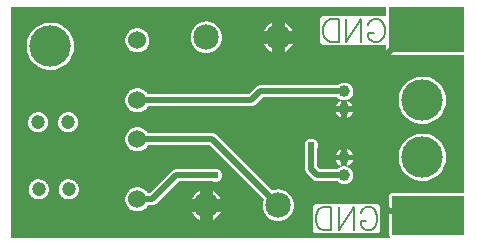
<source format=gbl>
G04 ---------------------------- Layer name :BOTTOM LAYER*
G04 EasyEDA v5.8.22, Sun, 02 Dec 2018 06:11:37 GMT*
G04 d5963adffaad412e904dfcf3e3a13330*
G04 Gerber Generator version 0.2*
G04 Scale: 100 percent, Rotated: No, Reflected: No *
G04 Dimensions in inches *
G04 leading zeros omitted , absolute positions ,2 integer and 4 decimal *
%FSLAX24Y24*%
%MOIN*%
G90*
G70D02*

%ADD11C,0.020000*%
%ADD12C,0.008000*%
%ADD13C,0.024400*%
%ADD14C,0.047000*%
%ADD15C,0.039370*%
%ADD16C,0.060000*%
%ADD17C,0.085000*%
%ADD18C,0.137790*%

%LPD*%
G36*
G01X12700Y0D02*
G01X0Y0D01*
G01X0Y7700D01*
G01X12500Y7700D01*
G01X12500Y7382D01*
G01X12498Y7383D01*
G01X12494Y7385D01*
G01X12491Y7387D01*
G01X12487Y7389D01*
G01X12483Y7391D01*
G01X12480Y7393D01*
G01X12476Y7394D01*
G01X12472Y7395D01*
G01X12468Y7396D01*
G01X12464Y7397D01*
G01X12460Y7398D01*
G01X12456Y7399D01*
G01X12451Y7399D01*
G01X12447Y7399D01*
G01X12443Y7400D01*
G01X10400Y7400D01*
G01X10395Y7399D01*
G01X10391Y7399D01*
G01X10387Y7399D01*
G01X10383Y7398D01*
G01X10379Y7397D01*
G01X10375Y7396D01*
G01X10371Y7395D01*
G01X10367Y7394D01*
G01X10363Y7393D01*
G01X10359Y7391D01*
G01X10356Y7389D01*
G01X10352Y7387D01*
G01X10348Y7385D01*
G01X10345Y7383D01*
G01X10341Y7381D01*
G01X10338Y7378D01*
G01X10335Y7376D01*
G01X10332Y7373D01*
G01X10329Y7370D01*
G01X10326Y7367D01*
G01X10323Y7364D01*
G01X10321Y7361D01*
G01X10318Y7358D01*
G01X10316Y7354D01*
G01X10314Y7351D01*
G01X10312Y7347D01*
G01X10310Y7343D01*
G01X10308Y7340D01*
G01X10306Y7336D01*
G01X10305Y7332D01*
G01X10304Y7328D01*
G01X10303Y7324D01*
G01X10302Y7320D01*
G01X10301Y7316D01*
G01X10300Y7312D01*
G01X10300Y7308D01*
G01X10300Y7304D01*
G01X10300Y7300D01*
G01X10300Y6536D01*
G01X10300Y6532D01*
G01X10300Y6528D01*
G01X10300Y6524D01*
G01X10301Y6519D01*
G01X10302Y6515D01*
G01X10303Y6511D01*
G01X10304Y6507D01*
G01X10305Y6503D01*
G01X10306Y6500D01*
G01X10308Y6496D01*
G01X10310Y6492D01*
G01X10312Y6488D01*
G01X10314Y6485D01*
G01X10316Y6481D01*
G01X10318Y6478D01*
G01X10321Y6474D01*
G01X10323Y6471D01*
G01X10326Y6468D01*
G01X10329Y6465D01*
G01X10332Y6462D01*
G01X10335Y6460D01*
G01X10338Y6457D01*
G01X10341Y6455D01*
G01X10345Y6452D01*
G01X10348Y6450D01*
G01X10352Y6448D01*
G01X10356Y6446D01*
G01X10359Y6444D01*
G01X10363Y6443D01*
G01X10367Y6441D01*
G01X10371Y6440D01*
G01X10375Y6439D01*
G01X10379Y6438D01*
G01X10383Y6437D01*
G01X10387Y6437D01*
G01X10391Y6436D01*
G01X10395Y6436D01*
G01X10400Y6436D01*
G01X12443Y6436D01*
G01X12447Y6436D01*
G01X12451Y6436D01*
G01X12456Y6437D01*
G01X12460Y6437D01*
G01X12464Y6438D01*
G01X12468Y6439D01*
G01X12472Y6440D01*
G01X12476Y6441D01*
G01X12480Y6443D01*
G01X12483Y6444D01*
G01X12487Y6446D01*
G01X12491Y6448D01*
G01X12494Y6450D01*
G01X12498Y6452D01*
G01X12500Y6453D01*
G01X12500Y6200D01*
G01X12500Y6195D01*
G01X12500Y6191D01*
G01X12500Y6187D01*
G01X12501Y6183D01*
G01X12502Y6179D01*
G01X12503Y6175D01*
G01X12504Y6171D01*
G01X12505Y6167D01*
G01X12506Y6163D01*
G01X12508Y6159D01*
G01X12510Y6156D01*
G01X12512Y6152D01*
G01X12514Y6148D01*
G01X12516Y6145D01*
G01X12518Y6141D01*
G01X12521Y6138D01*
G01X12523Y6135D01*
G01X12526Y6132D01*
G01X12529Y6129D01*
G01X12532Y6126D01*
G01X12535Y6123D01*
G01X12538Y6121D01*
G01X12541Y6118D01*
G01X12545Y6116D01*
G01X12548Y6114D01*
G01X12552Y6112D01*
G01X12556Y6110D01*
G01X12559Y6108D01*
G01X12563Y6106D01*
G01X12567Y6105D01*
G01X12571Y6104D01*
G01X12575Y6103D01*
G01X12579Y6102D01*
G01X12583Y6101D01*
G01X12587Y6100D01*
G01X12591Y6100D01*
G01X12595Y6100D01*
G01X12600Y6100D01*
G01X15100Y6100D01*
G01X15100Y1500D01*
G01X12700Y1500D01*
G01X12695Y1499D01*
G01X12691Y1499D01*
G01X12687Y1499D01*
G01X12683Y1498D01*
G01X12679Y1497D01*
G01X12675Y1496D01*
G01X12671Y1495D01*
G01X12667Y1494D01*
G01X12663Y1493D01*
G01X12659Y1491D01*
G01X12656Y1489D01*
G01X12652Y1487D01*
G01X12648Y1485D01*
G01X12645Y1483D01*
G01X12641Y1481D01*
G01X12638Y1478D01*
G01X12635Y1476D01*
G01X12632Y1473D01*
G01X12629Y1470D01*
G01X12626Y1467D01*
G01X12623Y1464D01*
G01X12621Y1461D01*
G01X12618Y1458D01*
G01X12616Y1454D01*
G01X12614Y1451D01*
G01X12612Y1447D01*
G01X12610Y1443D01*
G01X12608Y1440D01*
G01X12606Y1436D01*
G01X12605Y1432D01*
G01X12604Y1428D01*
G01X12603Y1424D01*
G01X12602Y1420D01*
G01X12601Y1416D01*
G01X12600Y1412D01*
G01X12600Y1408D01*
G01X12600Y1404D01*
G01X12600Y1400D01*
G01X12600Y100D01*
G01X12600Y95D01*
G01X12600Y91D01*
G01X12600Y87D01*
G01X12601Y83D01*
G01X12602Y79D01*
G01X12603Y75D01*
G01X12604Y71D01*
G01X12605Y67D01*
G01X12606Y63D01*
G01X12608Y59D01*
G01X12610Y56D01*
G01X12612Y52D01*
G01X12614Y48D01*
G01X12616Y45D01*
G01X12618Y41D01*
G01X12621Y38D01*
G01X12623Y35D01*
G01X12626Y32D01*
G01X12629Y29D01*
G01X12632Y26D01*
G01X12635Y23D01*
G01X12638Y21D01*
G01X12641Y18D01*
G01X12645Y16D01*
G01X12648Y14D01*
G01X12652Y12D01*
G01X12656Y10D01*
G01X12659Y8D01*
G01X12663Y6D01*
G01X12667Y5D01*
G01X12671Y4D01*
G01X12675Y3D01*
G01X12679Y2D01*
G01X12683Y1D01*
G01X12687Y0D01*
G01X12691Y0D01*
G01X12695Y0D01*
G01X12700Y0D01*
G37*

%LPC*%
G36*
G01X8426Y6928D02*
G01X8419Y6912D01*
G01X8687Y6912D01*
G01X8687Y7180D01*
G01X8683Y7179D01*
G01X8636Y7155D01*
G01X8592Y7127D01*
G01X8551Y7094D01*
G01X8514Y7057D01*
G01X8480Y7017D01*
G01X8451Y6974D01*
G01X8426Y6928D01*
G37*
G36*
G01X8834Y578D02*
G01X8886Y574D01*
G01X8939Y575D01*
G01X8991Y581D01*
G01X9042Y593D01*
G01X9092Y610D01*
G01X9139Y631D01*
G01X9185Y658D01*
G01X9227Y688D01*
G01X9267Y723D01*
G01X9302Y761D01*
G01X9334Y803D01*
G01X9361Y848D01*
G01X9384Y895D01*
G01X9402Y944D01*
G01X9415Y995D01*
G01X9423Y1047D01*
G01X9426Y1100D01*
G01X9423Y1152D01*
G01X9415Y1204D01*
G01X9402Y1255D01*
G01X9384Y1304D01*
G01X9361Y1351D01*
G01X9334Y1396D01*
G01X9302Y1438D01*
G01X9267Y1476D01*
G01X9227Y1511D01*
G01X9185Y1541D01*
G01X9139Y1568D01*
G01X9092Y1589D01*
G01X9042Y1606D01*
G01X8991Y1618D01*
G01X8939Y1624D01*
G01X8886Y1625D01*
G01X8834Y1621D01*
G01X8782Y1612D01*
G01X8732Y1598D01*
G01X8697Y1585D01*
G01X6841Y3441D01*
G01X6837Y3445D01*
G01X6832Y3449D01*
G01X6828Y3453D01*
G01X6823Y3457D01*
G01X6818Y3461D01*
G01X6813Y3464D01*
G01X6808Y3467D01*
G01X6803Y3471D01*
G01X6798Y3474D01*
G01X6792Y3477D01*
G01X6787Y3479D01*
G01X6782Y3482D01*
G01X6776Y3484D01*
G01X6770Y3486D01*
G01X6765Y3489D01*
G01X6759Y3490D01*
G01X6753Y3492D01*
G01X6747Y3494D01*
G01X6741Y3495D01*
G01X6736Y3496D01*
G01X6730Y3497D01*
G01X6724Y3498D01*
G01X6718Y3499D01*
G01X6712Y3499D01*
G01X6706Y3499D01*
G01X6700Y3500D01*
G01X4547Y3500D01*
G01X4531Y3525D01*
G01X4507Y3557D01*
G01X4479Y3587D01*
G01X4450Y3613D01*
G01X4417Y3636D01*
G01X4382Y3656D01*
G01X4346Y3673D01*
G01X4308Y3686D01*
G01X4269Y3694D01*
G01X4229Y3699D01*
G01X4190Y3700D01*
G01X4150Y3697D01*
G01X4110Y3690D01*
G01X4072Y3680D01*
G01X4035Y3665D01*
G01X3999Y3647D01*
G01X3965Y3625D01*
G01X3934Y3600D01*
G01X3906Y3572D01*
G01X3880Y3542D01*
G01X3857Y3509D01*
G01X3838Y3473D01*
G01X3823Y3437D01*
G01X3811Y3398D01*
G01X3803Y3359D01*
G01X3799Y3319D01*
G01X3799Y3280D01*
G01X3803Y3240D01*
G01X3811Y3201D01*
G01X3823Y3162D01*
G01X3838Y3126D01*
G01X3857Y3090D01*
G01X3880Y3057D01*
G01X3906Y3027D01*
G01X3934Y2999D01*
G01X3965Y2974D01*
G01X3999Y2952D01*
G01X4035Y2934D01*
G01X4072Y2919D01*
G01X4110Y2909D01*
G01X4150Y2902D01*
G01X4190Y2899D01*
G01X4229Y2900D01*
G01X4269Y2905D01*
G01X4308Y2913D01*
G01X4346Y2926D01*
G01X4382Y2943D01*
G01X4417Y2963D01*
G01X4450Y2986D01*
G01X4479Y3012D01*
G01X4507Y3042D01*
G01X4531Y3074D01*
G01X4547Y3100D01*
G01X6617Y3100D01*
G01X8415Y1302D01*
G01X8405Y1279D01*
G01X8390Y1229D01*
G01X8379Y1178D01*
G01X8374Y1126D01*
G01X8374Y1073D01*
G01X8379Y1021D01*
G01X8390Y970D01*
G01X8405Y920D01*
G01X8426Y871D01*
G01X8451Y825D01*
G01X8480Y782D01*
G01X8514Y742D01*
G01X8551Y705D01*
G01X8592Y672D01*
G01X8636Y644D01*
G01X8683Y620D01*
G01X8732Y601D01*
G01X8782Y587D01*
G01X8834Y578D01*
G37*
G36*
G01X6283Y620D02*
G01X6287Y619D01*
G01X6287Y887D01*
G01X6019Y887D01*
G01X6026Y871D01*
G01X6051Y825D01*
G01X6080Y782D01*
G01X6114Y742D01*
G01X6151Y705D01*
G01X6192Y672D01*
G01X6236Y644D01*
G01X6283Y620D01*
G37*
G36*
G01X6712Y887D02*
G01X6712Y619D01*
G01X6739Y631D01*
G01X6785Y658D01*
G01X6827Y688D01*
G01X6867Y723D01*
G01X6902Y761D01*
G01X6934Y803D01*
G01X6961Y848D01*
G01X6980Y887D01*
G01X6712Y887D01*
G37*
G36*
G01X4150Y902D02*
G01X4190Y899D01*
G01X4229Y900D01*
G01X4269Y905D01*
G01X4308Y913D01*
G01X4346Y926D01*
G01X4382Y943D01*
G01X4417Y963D01*
G01X4450Y986D01*
G01X4479Y1012D01*
G01X4507Y1042D01*
G01X4531Y1074D01*
G01X4547Y1100D01*
G01X4700Y1100D01*
G01X4706Y1100D01*
G01X4712Y1100D01*
G01X4718Y1100D01*
G01X4724Y1101D01*
G01X4730Y1102D01*
G01X4736Y1103D01*
G01X4741Y1104D01*
G01X4747Y1105D01*
G01X4753Y1107D01*
G01X4759Y1109D01*
G01X4765Y1110D01*
G01X4770Y1113D01*
G01X4776Y1115D01*
G01X4782Y1117D01*
G01X4787Y1120D01*
G01X4792Y1122D01*
G01X4798Y1125D01*
G01X4803Y1128D01*
G01X4808Y1132D01*
G01X4813Y1135D01*
G01X4818Y1138D01*
G01X4823Y1142D01*
G01X4828Y1146D01*
G01X4832Y1150D01*
G01X4837Y1154D01*
G01X4841Y1158D01*
G01X5582Y1900D01*
G01X6701Y1900D01*
G01X6708Y1896D01*
G01X6728Y1888D01*
G01X6750Y1882D01*
G01X6772Y1878D01*
G01X6794Y1877D01*
G01X6816Y1877D01*
G01X6838Y1880D01*
G01X6860Y1885D01*
G01X6881Y1892D01*
G01X6901Y1901D01*
G01X6920Y1912D01*
G01X6939Y1925D01*
G01X6955Y1940D01*
G01X6970Y1956D01*
G01X6984Y1974D01*
G01X6995Y1993D01*
G01X7005Y2013D01*
G01X7013Y2034D01*
G01X7018Y2055D01*
G01X7021Y2077D01*
G01X7022Y2100D01*
G01X7021Y2122D01*
G01X7018Y2144D01*
G01X7013Y2165D01*
G01X7005Y2186D01*
G01X6995Y2206D01*
G01X6984Y2225D01*
G01X6970Y2243D01*
G01X6955Y2259D01*
G01X6939Y2274D01*
G01X6920Y2287D01*
G01X6901Y2298D01*
G01X6881Y2307D01*
G01X6860Y2314D01*
G01X6838Y2319D01*
G01X6816Y2322D01*
G01X6794Y2322D01*
G01X6772Y2321D01*
G01X6750Y2317D01*
G01X6728Y2311D01*
G01X6708Y2303D01*
G01X6701Y2300D01*
G01X5500Y2300D01*
G01X5493Y2299D01*
G01X5487Y2299D01*
G01X5481Y2299D01*
G01X5475Y2298D01*
G01X5469Y2297D01*
G01X5463Y2296D01*
G01X5458Y2295D01*
G01X5452Y2294D01*
G01X5446Y2292D01*
G01X5440Y2290D01*
G01X5434Y2289D01*
G01X5429Y2286D01*
G01X5423Y2284D01*
G01X5417Y2282D01*
G01X5412Y2279D01*
G01X5407Y2277D01*
G01X5401Y2274D01*
G01X5396Y2271D01*
G01X5391Y2267D01*
G01X5386Y2264D01*
G01X5381Y2261D01*
G01X5376Y2257D01*
G01X5371Y2253D01*
G01X5367Y2249D01*
G01X5362Y2245D01*
G01X5358Y2241D01*
G01X4617Y1500D01*
G01X4547Y1500D01*
G01X4531Y1525D01*
G01X4507Y1557D01*
G01X4479Y1587D01*
G01X4450Y1613D01*
G01X4417Y1636D01*
G01X4382Y1656D01*
G01X4346Y1673D01*
G01X4308Y1686D01*
G01X4269Y1694D01*
G01X4229Y1699D01*
G01X4190Y1700D01*
G01X4150Y1697D01*
G01X4110Y1690D01*
G01X4072Y1680D01*
G01X4035Y1665D01*
G01X3999Y1647D01*
G01X3965Y1625D01*
G01X3934Y1600D01*
G01X3906Y1572D01*
G01X3880Y1542D01*
G01X3857Y1509D01*
G01X3838Y1473D01*
G01X3823Y1437D01*
G01X3811Y1398D01*
G01X3803Y1359D01*
G01X3799Y1319D01*
G01X3799Y1280D01*
G01X3803Y1240D01*
G01X3811Y1201D01*
G01X3823Y1162D01*
G01X3838Y1126D01*
G01X3857Y1090D01*
G01X3880Y1057D01*
G01X3906Y1027D01*
G01X3934Y999D01*
G01X3965Y974D01*
G01X3999Y952D01*
G01X4035Y934D01*
G01X4072Y919D01*
G01X4110Y909D01*
G01X4150Y902D01*
G37*
G36*
G01X868Y1296D02*
G01X901Y1294D01*
G01X935Y1294D01*
G01X968Y1299D01*
G01X1001Y1306D01*
G01X1032Y1317D01*
G01X1063Y1330D01*
G01X1092Y1347D01*
G01X1119Y1367D01*
G01X1144Y1389D01*
G01X1167Y1414D01*
G01X1187Y1440D01*
G01X1205Y1469D01*
G01X1219Y1499D01*
G01X1231Y1530D01*
G01X1239Y1563D01*
G01X1244Y1596D01*
G01X1246Y1630D01*
G01X1244Y1663D01*
G01X1239Y1696D01*
G01X1231Y1729D01*
G01X1219Y1760D01*
G01X1205Y1790D01*
G01X1187Y1819D01*
G01X1167Y1845D01*
G01X1144Y1870D01*
G01X1119Y1892D01*
G01X1092Y1912D01*
G01X1063Y1928D01*
G01X1032Y1942D01*
G01X1001Y1953D01*
G01X968Y1960D01*
G01X935Y1965D01*
G01X901Y1965D01*
G01X868Y1963D01*
G01X835Y1957D01*
G01X802Y1948D01*
G01X771Y1936D01*
G01X742Y1920D01*
G01X713Y1902D01*
G01X687Y1881D01*
G01X663Y1858D01*
G01X642Y1832D01*
G01X623Y1805D01*
G01X607Y1775D01*
G01X594Y1744D01*
G01X584Y1712D01*
G01X577Y1680D01*
G01X574Y1646D01*
G01X574Y1613D01*
G01X577Y1579D01*
G01X584Y1547D01*
G01X594Y1515D01*
G01X607Y1484D01*
G01X623Y1454D01*
G01X642Y1427D01*
G01X663Y1401D01*
G01X687Y1378D01*
G01X713Y1357D01*
G01X742Y1339D01*
G01X771Y1323D01*
G01X802Y1311D01*
G01X835Y1302D01*
G01X868Y1296D01*
G37*
G36*
G01X1868Y1296D02*
G01X1901Y1294D01*
G01X1935Y1294D01*
G01X1968Y1299D01*
G01X2001Y1306D01*
G01X2032Y1317D01*
G01X2063Y1330D01*
G01X2092Y1347D01*
G01X2119Y1367D01*
G01X2144Y1389D01*
G01X2167Y1414D01*
G01X2187Y1440D01*
G01X2205Y1469D01*
G01X2219Y1499D01*
G01X2231Y1530D01*
G01X2239Y1563D01*
G01X2244Y1596D01*
G01X2246Y1630D01*
G01X2244Y1663D01*
G01X2239Y1696D01*
G01X2231Y1729D01*
G01X2219Y1760D01*
G01X2205Y1790D01*
G01X2187Y1819D01*
G01X2167Y1845D01*
G01X2144Y1870D01*
G01X2119Y1892D01*
G01X2092Y1912D01*
G01X2063Y1928D01*
G01X2032Y1942D01*
G01X2001Y1953D01*
G01X1968Y1960D01*
G01X1935Y1965D01*
G01X1901Y1965D01*
G01X1868Y1963D01*
G01X1835Y1957D01*
G01X1802Y1948D01*
G01X1771Y1936D01*
G01X1742Y1920D01*
G01X1713Y1902D01*
G01X1687Y1881D01*
G01X1663Y1858D01*
G01X1642Y1832D01*
G01X1623Y1805D01*
G01X1607Y1775D01*
G01X1594Y1744D01*
G01X1584Y1712D01*
G01X1577Y1680D01*
G01X1574Y1646D01*
G01X1574Y1613D01*
G01X1577Y1579D01*
G01X1584Y1547D01*
G01X1594Y1515D01*
G01X1607Y1484D01*
G01X1623Y1454D01*
G01X1642Y1427D01*
G01X1663Y1401D01*
G01X1687Y1378D01*
G01X1713Y1357D01*
G01X1742Y1339D01*
G01X1771Y1323D01*
G01X1802Y1311D01*
G01X1835Y1302D01*
G01X1868Y1296D01*
G37*
G36*
G01X6712Y1580D02*
G01X6712Y1312D01*
G01X6980Y1312D01*
G01X6961Y1351D01*
G01X6934Y1396D01*
G01X6902Y1438D01*
G01X6867Y1476D01*
G01X6827Y1511D01*
G01X6785Y1541D01*
G01X6739Y1568D01*
G01X6712Y1580D01*
G37*
G36*
G01X6026Y1328D02*
G01X6019Y1312D01*
G01X6287Y1312D01*
G01X6287Y1580D01*
G01X6283Y1579D01*
G01X6236Y1555D01*
G01X6192Y1527D01*
G01X6151Y1494D01*
G01X6114Y1457D01*
G01X6080Y1417D01*
G01X6051Y1374D01*
G01X6026Y1328D01*
G37*
G36*
G01X11062Y1804D02*
G01X11092Y1802D01*
G01X11122Y1802D01*
G01X11151Y1806D01*
G01X11180Y1813D01*
G01X11208Y1822D01*
G01X11235Y1834D01*
G01X11261Y1849D01*
G01X11285Y1867D01*
G01X11307Y1886D01*
G01X11328Y1908D01*
G01X11346Y1932D01*
G01X11361Y1957D01*
G01X11374Y1984D01*
G01X11384Y2012D01*
G01X11391Y2040D01*
G01X11396Y2070D01*
G01X11397Y2100D01*
G01X11396Y2129D01*
G01X11391Y2159D01*
G01X11384Y2187D01*
G01X11374Y2215D01*
G01X11361Y2242D01*
G01X11346Y2267D01*
G01X11328Y2291D01*
G01X11307Y2313D01*
G01X11285Y2332D01*
G01X11261Y2350D01*
G01X11235Y2365D01*
G01X11208Y2377D01*
G01X11180Y2386D01*
G01X11151Y2393D01*
G01X11122Y2397D01*
G01X11092Y2397D01*
G01X11062Y2395D01*
G01X11033Y2390D01*
G01X11005Y2382D01*
G01X10977Y2371D01*
G01X10951Y2357D01*
G01X10926Y2341D01*
G01X10902Y2323D01*
G01X10881Y2302D01*
G01X10879Y2300D01*
G01X10282Y2300D01*
G01X10200Y2382D01*
G01X10200Y3001D01*
G01X10205Y3013D01*
G01X10213Y3034D01*
G01X10218Y3055D01*
G01X10221Y3077D01*
G01X10222Y3100D01*
G01X10221Y3122D01*
G01X10218Y3144D01*
G01X10213Y3165D01*
G01X10205Y3186D01*
G01X10195Y3206D01*
G01X10184Y3225D01*
G01X10170Y3243D01*
G01X10155Y3259D01*
G01X10139Y3274D01*
G01X10120Y3287D01*
G01X10101Y3298D01*
G01X10081Y3307D01*
G01X10060Y3314D01*
G01X10038Y3319D01*
G01X10016Y3322D01*
G01X9994Y3322D01*
G01X9972Y3321D01*
G01X9950Y3317D01*
G01X9928Y3311D01*
G01X9908Y3303D01*
G01X9888Y3293D01*
G01X9869Y3281D01*
G01X9852Y3267D01*
G01X9836Y3251D01*
G01X9822Y3234D01*
G01X9809Y3216D01*
G01X9799Y3196D01*
G01X9790Y3176D01*
G01X9783Y3155D01*
G01X9779Y3133D01*
G01X9777Y3111D01*
G01X9777Y3088D01*
G01X9779Y3066D01*
G01X9783Y3044D01*
G01X9790Y3023D01*
G01X9799Y3003D01*
G01X9800Y3001D01*
G01X9800Y2300D01*
G01X9800Y2293D01*
G01X9800Y2287D01*
G01X9800Y2281D01*
G01X9801Y2275D01*
G01X9802Y2269D01*
G01X9803Y2263D01*
G01X9804Y2258D01*
G01X9805Y2252D01*
G01X9807Y2246D01*
G01X9809Y2240D01*
G01X9810Y2234D01*
G01X9813Y2229D01*
G01X9815Y2223D01*
G01X9817Y2217D01*
G01X9820Y2212D01*
G01X9822Y2207D01*
G01X9825Y2201D01*
G01X9828Y2196D01*
G01X9832Y2191D01*
G01X9835Y2186D01*
G01X9838Y2181D01*
G01X9842Y2176D01*
G01X9846Y2171D01*
G01X9850Y2167D01*
G01X9854Y2162D01*
G01X9858Y2158D01*
G01X10058Y1958D01*
G01X10062Y1954D01*
G01X10067Y1950D01*
G01X10071Y1946D01*
G01X10076Y1942D01*
G01X10081Y1938D01*
G01X10086Y1935D01*
G01X10091Y1932D01*
G01X10096Y1928D01*
G01X10101Y1925D01*
G01X10107Y1922D01*
G01X10112Y1920D01*
G01X10117Y1917D01*
G01X10123Y1915D01*
G01X10129Y1913D01*
G01X10134Y1910D01*
G01X10140Y1909D01*
G01X10146Y1907D01*
G01X10152Y1905D01*
G01X10158Y1904D01*
G01X10163Y1903D01*
G01X10169Y1902D01*
G01X10175Y1901D01*
G01X10181Y1900D01*
G01X10187Y1900D01*
G01X10193Y1900D01*
G01X10200Y1900D01*
G01X10879Y1900D01*
G01X10881Y1897D01*
G01X10902Y1876D01*
G01X10926Y1858D01*
G01X10951Y1842D01*
G01X10977Y1828D01*
G01X11005Y1817D01*
G01X11033Y1809D01*
G01X11062Y1804D01*
G37*
G36*
G01X13601Y1916D02*
G01X13680Y1910D01*
G01X13759Y1912D01*
G01X13837Y1922D01*
G01X13913Y1939D01*
G01X13988Y1964D01*
G01X14060Y1997D01*
G01X14128Y2036D01*
G01X14192Y2082D01*
G01X14251Y2134D01*
G01X14305Y2192D01*
G01X14352Y2255D01*
G01X14393Y2322D01*
G01X14427Y2393D01*
G01X14454Y2467D01*
G01X14474Y2543D01*
G01X14486Y2621D01*
G01X14489Y2700D01*
G01X14486Y2778D01*
G01X14474Y2856D01*
G01X14454Y2932D01*
G01X14427Y3006D01*
G01X14393Y3077D01*
G01X14352Y3144D01*
G01X14305Y3207D01*
G01X14251Y3265D01*
G01X14192Y3317D01*
G01X14128Y3363D01*
G01X14060Y3402D01*
G01X13988Y3435D01*
G01X13913Y3460D01*
G01X13837Y3477D01*
G01X13759Y3487D01*
G01X13680Y3489D01*
G01X13601Y3483D01*
G01X13524Y3470D01*
G01X13448Y3448D01*
G01X13375Y3420D01*
G01X13305Y3384D01*
G01X13238Y3341D01*
G01X13177Y3292D01*
G01X13120Y3237D01*
G01X13070Y3176D01*
G01X13025Y3111D01*
G01X12988Y3042D01*
G01X12957Y2970D01*
G01X12934Y2894D01*
G01X12918Y2817D01*
G01X12911Y2739D01*
G01X12911Y2660D01*
G01X12918Y2582D01*
G01X12934Y2505D01*
G01X12957Y2429D01*
G01X12988Y2357D01*
G01X13025Y2288D01*
G01X13070Y2223D01*
G01X13120Y2162D01*
G01X13177Y2107D01*
G01X13238Y2058D01*
G01X13305Y2015D01*
G01X13375Y1979D01*
G01X13448Y1951D01*
G01X13524Y1929D01*
G01X13601Y1916D01*
G37*
G36*
G01X10977Y2419D02*
G01X11001Y2410D01*
G01X11001Y2592D01*
G01X10819Y2592D01*
G01X10820Y2589D01*
G01X10831Y2561D01*
G01X10845Y2535D01*
G01X10862Y2511D01*
G01X10881Y2488D01*
G01X10902Y2467D01*
G01X10926Y2449D01*
G01X10951Y2433D01*
G01X10977Y2419D01*
G37*
G36*
G01X11198Y2592D02*
G01X11198Y2410D01*
G01X11208Y2413D01*
G01X11235Y2425D01*
G01X11261Y2440D01*
G01X11285Y2458D01*
G01X11307Y2477D01*
G01X11328Y2499D01*
G01X11346Y2523D01*
G01X11361Y2548D01*
G01X11374Y2575D01*
G01X11380Y2592D01*
G01X11198Y2592D01*
G37*
G36*
G01X11198Y2971D02*
G01X11198Y2789D01*
G01X11380Y2789D01*
G01X11374Y2806D01*
G01X11361Y2833D01*
G01X11346Y2858D01*
G01X11328Y2882D01*
G01X11307Y2904D01*
G01X11285Y2923D01*
G01X11261Y2941D01*
G01X11235Y2956D01*
G01X11208Y2968D01*
G01X11198Y2971D01*
G37*
G36*
G01X10152Y172D02*
G01X10156Y172D01*
G01X12200Y172D01*
G01X12204Y172D01*
G01X12208Y173D01*
G01X12212Y173D01*
G01X12216Y174D01*
G01X12220Y174D01*
G01X12224Y175D01*
G01X12228Y176D01*
G01X12232Y178D01*
G01X12236Y179D01*
G01X12240Y181D01*
G01X12243Y182D01*
G01X12247Y184D01*
G01X12251Y186D01*
G01X12254Y189D01*
G01X12258Y191D01*
G01X12261Y193D01*
G01X12264Y196D01*
G01X12267Y199D01*
G01X12270Y202D01*
G01X12273Y205D01*
G01X12276Y208D01*
G01X12278Y211D01*
G01X12281Y214D01*
G01X12283Y218D01*
G01X12285Y221D01*
G01X12287Y225D01*
G01X12289Y228D01*
G01X12291Y232D01*
G01X12293Y236D01*
G01X12294Y240D01*
G01X12295Y244D01*
G01X12296Y248D01*
G01X12297Y252D01*
G01X12298Y256D01*
G01X12299Y260D01*
G01X12299Y264D01*
G01X12299Y268D01*
G01X12300Y272D01*
G01X12300Y1036D01*
G01X12299Y1040D01*
G01X12299Y1044D01*
G01X12299Y1048D01*
G01X12298Y1052D01*
G01X12297Y1056D01*
G01X12296Y1060D01*
G01X12295Y1064D01*
G01X12294Y1068D01*
G01X12293Y1072D01*
G01X12291Y1076D01*
G01X12289Y1080D01*
G01X12287Y1083D01*
G01X12285Y1087D01*
G01X12283Y1091D01*
G01X12281Y1094D01*
G01X12278Y1097D01*
G01X12276Y1100D01*
G01X12273Y1104D01*
G01X12270Y1107D01*
G01X12267Y1109D01*
G01X12264Y1112D01*
G01X12261Y1115D01*
G01X12258Y1117D01*
G01X12254Y1120D01*
G01X12251Y1122D01*
G01X12247Y1124D01*
G01X12243Y1126D01*
G01X12240Y1127D01*
G01X12236Y1129D01*
G01X12232Y1130D01*
G01X12228Y1132D01*
G01X12224Y1133D01*
G01X12220Y1134D01*
G01X12216Y1134D01*
G01X12212Y1135D01*
G01X12208Y1136D01*
G01X12204Y1136D01*
G01X12200Y1136D01*
G01X10156Y1136D01*
G01X10152Y1136D01*
G01X10148Y1136D01*
G01X10143Y1135D01*
G01X10139Y1134D01*
G01X10135Y1134D01*
G01X10131Y1133D01*
G01X10127Y1132D01*
G01X10123Y1130D01*
G01X10119Y1129D01*
G01X10116Y1127D01*
G01X10112Y1126D01*
G01X10108Y1124D01*
G01X10105Y1122D01*
G01X10101Y1120D01*
G01X10098Y1117D01*
G01X10094Y1115D01*
G01X10091Y1112D01*
G01X10088Y1109D01*
G01X10085Y1107D01*
G01X10082Y1104D01*
G01X10080Y1100D01*
G01X10077Y1097D01*
G01X10074Y1094D01*
G01X10072Y1091D01*
G01X10070Y1087D01*
G01X10068Y1083D01*
G01X10066Y1080D01*
G01X10064Y1076D01*
G01X10063Y1072D01*
G01X10061Y1068D01*
G01X10060Y1064D01*
G01X10059Y1060D01*
G01X10058Y1056D01*
G01X10057Y1052D01*
G01X10057Y1048D01*
G01X10056Y1044D01*
G01X10056Y1040D01*
G01X10056Y1036D01*
G01X10056Y272D01*
G01X10056Y268D01*
G01X10056Y264D01*
G01X10057Y260D01*
G01X10057Y256D01*
G01X10058Y252D01*
G01X10059Y248D01*
G01X10060Y244D01*
G01X10061Y240D01*
G01X10063Y236D01*
G01X10064Y232D01*
G01X10066Y228D01*
G01X10068Y225D01*
G01X10070Y221D01*
G01X10072Y218D01*
G01X10074Y214D01*
G01X10077Y211D01*
G01X10080Y208D01*
G01X10082Y205D01*
G01X10085Y202D01*
G01X10088Y199D01*
G01X10091Y196D01*
G01X10094Y193D01*
G01X10098Y191D01*
G01X10101Y189D01*
G01X10105Y186D01*
G01X10108Y184D01*
G01X10112Y182D01*
G01X10116Y181D01*
G01X10119Y179D01*
G01X10123Y178D01*
G01X10127Y176D01*
G01X10131Y175D01*
G01X10135Y174D01*
G01X10139Y174D01*
G01X10143Y173D01*
G01X10148Y173D01*
G01X10152Y172D01*
G37*
G36*
G01X1848Y3536D02*
G01X1881Y3534D01*
G01X1915Y3534D01*
G01X1948Y3539D01*
G01X1980Y3546D01*
G01X2012Y3557D01*
G01X2043Y3571D01*
G01X2072Y3587D01*
G01X2099Y3607D01*
G01X2124Y3629D01*
G01X2147Y3654D01*
G01X2167Y3680D01*
G01X2185Y3709D01*
G01X2199Y3739D01*
G01X2211Y3770D01*
G01X2219Y3803D01*
G01X2224Y3836D01*
G01X2226Y3869D01*
G01X2224Y3903D01*
G01X2219Y3936D01*
G01X2211Y3969D01*
G01X2199Y4000D01*
G01X2185Y4030D01*
G01X2167Y4059D01*
G01X2147Y4085D01*
G01X2124Y4110D01*
G01X2099Y4132D01*
G01X2072Y4152D01*
G01X2043Y4169D01*
G01X2012Y4182D01*
G01X1980Y4193D01*
G01X1948Y4200D01*
G01X1915Y4205D01*
G01X1881Y4205D01*
G01X1848Y4203D01*
G01X1815Y4197D01*
G01X1782Y4188D01*
G01X1751Y4176D01*
G01X1721Y4160D01*
G01X1693Y4142D01*
G01X1667Y4121D01*
G01X1643Y4098D01*
G01X1622Y4072D01*
G01X1603Y4045D01*
G01X1587Y4015D01*
G01X1574Y3984D01*
G01X1564Y3952D01*
G01X1557Y3920D01*
G01X1554Y3886D01*
G01X1554Y3853D01*
G01X1557Y3819D01*
G01X1564Y3787D01*
G01X1574Y3755D01*
G01X1587Y3724D01*
G01X1603Y3694D01*
G01X1622Y3667D01*
G01X1643Y3641D01*
G01X1667Y3618D01*
G01X1693Y3597D01*
G01X1721Y3579D01*
G01X1751Y3563D01*
G01X1782Y3551D01*
G01X1815Y3542D01*
G01X1848Y3536D01*
G37*
G36*
G01X848Y3536D02*
G01X881Y3534D01*
G01X915Y3534D01*
G01X948Y3539D01*
G01X980Y3546D01*
G01X1012Y3557D01*
G01X1043Y3571D01*
G01X1072Y3587D01*
G01X1099Y3607D01*
G01X1124Y3629D01*
G01X1147Y3654D01*
G01X1167Y3680D01*
G01X1185Y3709D01*
G01X1199Y3739D01*
G01X1211Y3770D01*
G01X1219Y3803D01*
G01X1224Y3836D01*
G01X1226Y3869D01*
G01X1224Y3903D01*
G01X1219Y3936D01*
G01X1211Y3969D01*
G01X1199Y4000D01*
G01X1185Y4030D01*
G01X1167Y4059D01*
G01X1147Y4085D01*
G01X1124Y4110D01*
G01X1099Y4132D01*
G01X1072Y4152D01*
G01X1043Y4169D01*
G01X1012Y4182D01*
G01X980Y4193D01*
G01X948Y4200D01*
G01X915Y4205D01*
G01X881Y4205D01*
G01X848Y4203D01*
G01X815Y4197D01*
G01X782Y4188D01*
G01X751Y4176D01*
G01X721Y4160D01*
G01X693Y4142D01*
G01X667Y4121D01*
G01X643Y4098D01*
G01X622Y4072D01*
G01X603Y4045D01*
G01X587Y4015D01*
G01X574Y3984D01*
G01X564Y3952D01*
G01X557Y3920D01*
G01X554Y3886D01*
G01X554Y3853D01*
G01X557Y3819D01*
G01X564Y3787D01*
G01X574Y3755D01*
G01X587Y3724D01*
G01X603Y3694D01*
G01X622Y3667D01*
G01X643Y3641D01*
G01X667Y3618D01*
G01X693Y3597D01*
G01X721Y3579D01*
G01X751Y3563D01*
G01X782Y3551D01*
G01X815Y3542D01*
G01X848Y3536D01*
G37*
G36*
G01X13601Y3816D02*
G01X13680Y3810D01*
G01X13759Y3812D01*
G01X13837Y3822D01*
G01X13913Y3839D01*
G01X13988Y3864D01*
G01X14060Y3897D01*
G01X14128Y3936D01*
G01X14192Y3982D01*
G01X14251Y4034D01*
G01X14305Y4092D01*
G01X14352Y4155D01*
G01X14393Y4222D01*
G01X14427Y4293D01*
G01X14454Y4367D01*
G01X14474Y4443D01*
G01X14486Y4521D01*
G01X14489Y4600D01*
G01X14486Y4678D01*
G01X14474Y4756D01*
G01X14454Y4832D01*
G01X14427Y4906D01*
G01X14393Y4977D01*
G01X14352Y5044D01*
G01X14305Y5107D01*
G01X14251Y5165D01*
G01X14192Y5217D01*
G01X14128Y5263D01*
G01X14060Y5302D01*
G01X13988Y5335D01*
G01X13913Y5360D01*
G01X13837Y5377D01*
G01X13759Y5387D01*
G01X13680Y5389D01*
G01X13601Y5383D01*
G01X13524Y5370D01*
G01X13448Y5348D01*
G01X13375Y5320D01*
G01X13305Y5284D01*
G01X13238Y5241D01*
G01X13177Y5192D01*
G01X13120Y5137D01*
G01X13070Y5076D01*
G01X13025Y5011D01*
G01X12988Y4942D01*
G01X12957Y4870D01*
G01X12934Y4794D01*
G01X12918Y4717D01*
G01X12911Y4639D01*
G01X12911Y4560D01*
G01X12918Y4482D01*
G01X12934Y4405D01*
G01X12957Y4329D01*
G01X12988Y4257D01*
G01X13025Y4188D01*
G01X13070Y4123D01*
G01X13120Y4062D01*
G01X13177Y4007D01*
G01X13238Y3958D01*
G01X13305Y3915D01*
G01X13375Y3879D01*
G01X13448Y3851D01*
G01X13524Y3829D01*
G01X13601Y3816D01*
G37*
G36*
G01X10977Y4028D02*
G01X11001Y4019D01*
G01X11001Y4201D01*
G01X10819Y4201D01*
G01X10820Y4198D01*
G01X10831Y4170D01*
G01X10845Y4144D01*
G01X10862Y4120D01*
G01X10881Y4097D01*
G01X10902Y4076D01*
G01X10926Y4058D01*
G01X10951Y4042D01*
G01X10977Y4028D01*
G37*
G36*
G01X11198Y4201D02*
G01X11198Y4019D01*
G01X11208Y4022D01*
G01X11235Y4034D01*
G01X11261Y4049D01*
G01X11285Y4067D01*
G01X11307Y4086D01*
G01X11328Y4108D01*
G01X11346Y4132D01*
G01X11361Y4157D01*
G01X11374Y4184D01*
G01X11380Y4201D01*
G01X11198Y4201D01*
G37*
G36*
G01X4150Y4202D02*
G01X4190Y4199D01*
G01X4229Y4200D01*
G01X4269Y4205D01*
G01X4308Y4213D01*
G01X4346Y4226D01*
G01X4382Y4243D01*
G01X4417Y4263D01*
G01X4450Y4286D01*
G01X4479Y4312D01*
G01X4507Y4342D01*
G01X4531Y4374D01*
G01X4547Y4400D01*
G01X8000Y4400D01*
G01X8006Y4400D01*
G01X8012Y4400D01*
G01X8018Y4400D01*
G01X8024Y4401D01*
G01X8030Y4402D01*
G01X8036Y4403D01*
G01X8041Y4404D01*
G01X8047Y4405D01*
G01X8053Y4407D01*
G01X8059Y4409D01*
G01X8065Y4410D01*
G01X8070Y4413D01*
G01X8076Y4415D01*
G01X8082Y4417D01*
G01X8087Y4420D01*
G01X8092Y4422D01*
G01X8098Y4425D01*
G01X8103Y4428D01*
G01X8108Y4432D01*
G01X8113Y4435D01*
G01X8118Y4438D01*
G01X8123Y4442D01*
G01X8128Y4446D01*
G01X8132Y4450D01*
G01X8137Y4454D01*
G01X8141Y4458D01*
G01X8382Y4700D01*
G01X10871Y4700D01*
G01X10881Y4688D01*
G01X10902Y4667D01*
G01X10926Y4649D01*
G01X10951Y4633D01*
G01X10977Y4619D01*
G01X11005Y4608D01*
G01X11033Y4600D01*
G01X11062Y4595D01*
G01X11092Y4593D01*
G01X11122Y4593D01*
G01X11151Y4597D01*
G01X11180Y4604D01*
G01X11208Y4613D01*
G01X11235Y4625D01*
G01X11261Y4640D01*
G01X11285Y4658D01*
G01X11307Y4677D01*
G01X11328Y4699D01*
G01X11346Y4723D01*
G01X11361Y4748D01*
G01X11374Y4775D01*
G01X11384Y4803D01*
G01X11391Y4831D01*
G01X11396Y4861D01*
G01X11397Y4890D01*
G01X11396Y4920D01*
G01X11391Y4950D01*
G01X11384Y4978D01*
G01X11374Y5006D01*
G01X11361Y5033D01*
G01X11346Y5058D01*
G01X11328Y5082D01*
G01X11307Y5104D01*
G01X11285Y5123D01*
G01X11261Y5141D01*
G01X11235Y5156D01*
G01X11208Y5168D01*
G01X11180Y5177D01*
G01X11151Y5184D01*
G01X11122Y5188D01*
G01X11092Y5188D01*
G01X11062Y5186D01*
G01X11033Y5181D01*
G01X11005Y5173D01*
G01X10977Y5162D01*
G01X10951Y5148D01*
G01X10926Y5132D01*
G01X10902Y5114D01*
G01X10888Y5100D01*
G01X8300Y5100D01*
G01X8293Y5099D01*
G01X8287Y5099D01*
G01X8281Y5099D01*
G01X8275Y5098D01*
G01X8269Y5097D01*
G01X8263Y5096D01*
G01X8258Y5095D01*
G01X8252Y5094D01*
G01X8246Y5092D01*
G01X8240Y5090D01*
G01X8234Y5089D01*
G01X8229Y5086D01*
G01X8223Y5084D01*
G01X8217Y5082D01*
G01X8212Y5079D01*
G01X8207Y5077D01*
G01X8201Y5074D01*
G01X8196Y5071D01*
G01X8191Y5067D01*
G01X8186Y5064D01*
G01X8181Y5061D01*
G01X8176Y5057D01*
G01X8171Y5053D01*
G01X8167Y5049D01*
G01X8162Y5045D01*
G01X8158Y5041D01*
G01X7917Y4800D01*
G01X4547Y4800D01*
G01X4531Y4825D01*
G01X4507Y4857D01*
G01X4479Y4887D01*
G01X4450Y4913D01*
G01X4417Y4936D01*
G01X4382Y4956D01*
G01X4346Y4973D01*
G01X4308Y4986D01*
G01X4269Y4994D01*
G01X4229Y4999D01*
G01X4190Y5000D01*
G01X4150Y4997D01*
G01X4110Y4990D01*
G01X4072Y4980D01*
G01X4035Y4965D01*
G01X3999Y4947D01*
G01X3965Y4925D01*
G01X3934Y4900D01*
G01X3906Y4872D01*
G01X3880Y4842D01*
G01X3857Y4809D01*
G01X3838Y4773D01*
G01X3823Y4737D01*
G01X3811Y4698D01*
G01X3803Y4659D01*
G01X3799Y4619D01*
G01X3799Y4580D01*
G01X3803Y4540D01*
G01X3811Y4501D01*
G01X3823Y4462D01*
G01X3838Y4426D01*
G01X3857Y4390D01*
G01X3880Y4357D01*
G01X3906Y4327D01*
G01X3934Y4299D01*
G01X3965Y4274D01*
G01X3999Y4252D01*
G01X4035Y4234D01*
G01X4072Y4219D01*
G01X4110Y4209D01*
G01X4150Y4202D01*
G37*
G36*
G01X11198Y4580D02*
G01X11198Y4398D01*
G01X11380Y4398D01*
G01X11374Y4415D01*
G01X11361Y4442D01*
G01X11346Y4467D01*
G01X11328Y4491D01*
G01X11307Y4513D01*
G01X11285Y4532D01*
G01X11261Y4550D01*
G01X11235Y4565D01*
G01X11208Y4577D01*
G01X11198Y4580D01*
G37*
G36*
G01X10820Y4401D02*
G01X10819Y4398D01*
G01X11001Y4398D01*
G01X11001Y4580D01*
G01X10977Y4571D01*
G01X10951Y4557D01*
G01X10926Y4541D01*
G01X10902Y4523D01*
G01X10881Y4502D01*
G01X10862Y4479D01*
G01X10845Y4455D01*
G01X10831Y4429D01*
G01X10820Y4401D01*
G37*
G36*
G01X1201Y5616D02*
G01X1280Y5610D01*
G01X1359Y5612D01*
G01X1437Y5622D01*
G01X1513Y5639D01*
G01X1588Y5664D01*
G01X1660Y5697D01*
G01X1728Y5736D01*
G01X1792Y5782D01*
G01X1851Y5834D01*
G01X1905Y5892D01*
G01X1952Y5955D01*
G01X1993Y6022D01*
G01X2027Y6093D01*
G01X2054Y6167D01*
G01X2074Y6243D01*
G01X2086Y6321D01*
G01X2089Y6400D01*
G01X2086Y6478D01*
G01X2074Y6556D01*
G01X2054Y6632D01*
G01X2027Y6706D01*
G01X1993Y6777D01*
G01X1952Y6844D01*
G01X1905Y6907D01*
G01X1851Y6965D01*
G01X1792Y7017D01*
G01X1728Y7063D01*
G01X1660Y7102D01*
G01X1588Y7135D01*
G01X1513Y7160D01*
G01X1437Y7177D01*
G01X1359Y7187D01*
G01X1280Y7189D01*
G01X1201Y7183D01*
G01X1124Y7170D01*
G01X1048Y7148D01*
G01X975Y7120D01*
G01X905Y7084D01*
G01X838Y7041D01*
G01X777Y6992D01*
G01X720Y6937D01*
G01X670Y6876D01*
G01X625Y6811D01*
G01X588Y6742D01*
G01X557Y6670D01*
G01X534Y6594D01*
G01X518Y6517D01*
G01X511Y6439D01*
G01X511Y6360D01*
G01X518Y6282D01*
G01X534Y6205D01*
G01X557Y6129D01*
G01X588Y6057D01*
G01X625Y5988D01*
G01X670Y5923D01*
G01X720Y5862D01*
G01X777Y5807D01*
G01X838Y5758D01*
G01X905Y5715D01*
G01X975Y5679D01*
G01X1048Y5651D01*
G01X1124Y5629D01*
G01X1201Y5616D01*
G37*
G36*
G01X6434Y6178D02*
G01X6486Y6174D01*
G01X6539Y6175D01*
G01X6591Y6181D01*
G01X6642Y6193D01*
G01X6692Y6210D01*
G01X6739Y6231D01*
G01X6785Y6258D01*
G01X6827Y6288D01*
G01X6867Y6323D01*
G01X6902Y6361D01*
G01X6934Y6403D01*
G01X6961Y6448D01*
G01X6984Y6495D01*
G01X7002Y6544D01*
G01X7015Y6595D01*
G01X7023Y6647D01*
G01X7026Y6700D01*
G01X7023Y6752D01*
G01X7015Y6804D01*
G01X7002Y6855D01*
G01X6984Y6904D01*
G01X6961Y6951D01*
G01X6934Y6996D01*
G01X6902Y7038D01*
G01X6867Y7076D01*
G01X6827Y7111D01*
G01X6785Y7141D01*
G01X6739Y7168D01*
G01X6692Y7189D01*
G01X6642Y7206D01*
G01X6591Y7218D01*
G01X6539Y7224D01*
G01X6486Y7225D01*
G01X6434Y7221D01*
G01X6382Y7212D01*
G01X6332Y7198D01*
G01X6283Y7179D01*
G01X6236Y7155D01*
G01X6192Y7127D01*
G01X6151Y7094D01*
G01X6114Y7057D01*
G01X6080Y7017D01*
G01X6051Y6974D01*
G01X6026Y6928D01*
G01X6005Y6879D01*
G01X5990Y6829D01*
G01X5979Y6778D01*
G01X5974Y6726D01*
G01X5974Y6673D01*
G01X5979Y6621D01*
G01X5990Y6570D01*
G01X6005Y6520D01*
G01X6026Y6471D01*
G01X6051Y6425D01*
G01X6080Y6382D01*
G01X6114Y6342D01*
G01X6151Y6305D01*
G01X6192Y6272D01*
G01X6236Y6244D01*
G01X6283Y6220D01*
G01X6332Y6201D01*
G01X6382Y6187D01*
G01X6434Y6178D01*
G37*
G36*
G01X4150Y6202D02*
G01X4190Y6199D01*
G01X4229Y6200D01*
G01X4269Y6205D01*
G01X4308Y6213D01*
G01X4346Y6226D01*
G01X4382Y6243D01*
G01X4417Y6263D01*
G01X4450Y6286D01*
G01X4479Y6312D01*
G01X4507Y6342D01*
G01X4531Y6374D01*
G01X4552Y6408D01*
G01X4569Y6444D01*
G01X4583Y6481D01*
G01X4593Y6520D01*
G01X4599Y6560D01*
G01X4601Y6600D01*
G01X4599Y6639D01*
G01X4593Y6679D01*
G01X4583Y6718D01*
G01X4569Y6755D01*
G01X4552Y6791D01*
G01X4531Y6825D01*
G01X4507Y6857D01*
G01X4479Y6887D01*
G01X4450Y6913D01*
G01X4417Y6936D01*
G01X4382Y6956D01*
G01X4346Y6973D01*
G01X4308Y6986D01*
G01X4269Y6994D01*
G01X4229Y6999D01*
G01X4190Y7000D01*
G01X4150Y6997D01*
G01X4110Y6990D01*
G01X4072Y6980D01*
G01X4035Y6965D01*
G01X3999Y6947D01*
G01X3965Y6925D01*
G01X3934Y6900D01*
G01X3906Y6872D01*
G01X3880Y6842D01*
G01X3857Y6809D01*
G01X3838Y6773D01*
G01X3823Y6737D01*
G01X3811Y6698D01*
G01X3803Y6659D01*
G01X3799Y6619D01*
G01X3799Y6580D01*
G01X3803Y6540D01*
G01X3811Y6501D01*
G01X3823Y6462D01*
G01X3838Y6426D01*
G01X3857Y6390D01*
G01X3880Y6357D01*
G01X3906Y6327D01*
G01X3934Y6299D01*
G01X3965Y6274D01*
G01X3999Y6252D01*
G01X4035Y6234D01*
G01X4072Y6219D01*
G01X4110Y6209D01*
G01X4150Y6202D01*
G37*
G36*
G01X8683Y6220D02*
G01X8687Y6219D01*
G01X8687Y6487D01*
G01X8419Y6487D01*
G01X8426Y6471D01*
G01X8451Y6425D01*
G01X8480Y6382D01*
G01X8514Y6342D01*
G01X8551Y6305D01*
G01X8592Y6272D01*
G01X8636Y6244D01*
G01X8683Y6220D01*
G37*
G36*
G01X9112Y6487D02*
G01X9112Y6219D01*
G01X9139Y6231D01*
G01X9185Y6258D01*
G01X9227Y6288D01*
G01X9267Y6323D01*
G01X9302Y6361D01*
G01X9334Y6403D01*
G01X9361Y6448D01*
G01X9380Y6487D01*
G01X9112Y6487D01*
G37*
G36*
G01X9112Y7180D02*
G01X9112Y6912D01*
G01X9380Y6912D01*
G01X9361Y6951D01*
G01X9334Y6996D01*
G01X9302Y7038D01*
G01X9267Y7076D01*
G01X9227Y7111D01*
G01X9185Y7141D01*
G01X9139Y7168D01*
G01X9112Y7180D01*
G37*
G36*
G01X10820Y2792D02*
G01X10819Y2789D01*
G01X11001Y2789D01*
G01X11001Y2971D01*
G01X10977Y2962D01*
G01X10951Y2948D01*
G01X10926Y2932D01*
G01X10902Y2914D01*
G01X10881Y2893D01*
G01X10862Y2870D01*
G01X10845Y2846D01*
G01X10831Y2820D01*
G01X10820Y2792D01*
G37*

%LPD*%
G54D11*
G01X4200Y4600D02*
G01X8000Y4600D01*
G01X8300Y4900D01*
G01X11090Y4900D01*
G01X11100Y4890D01*
G01X4200Y3300D02*
G01X6700Y3300D01*
G01X8900Y1100D01*
G01X4200Y1300D02*
G01X4700Y1300D01*
G01X5500Y2100D01*
G01X6800Y2100D01*
G01X10000Y3100D02*
G01X10000Y2300D01*
G01X10200Y2100D01*
G01X11100Y2100D01*
G01X12100Y3200D02*
G01X12100Y1400D01*
G01X12600Y900D01*
G01X12900Y900D01*
G01X12100Y3200D02*
G01X12100Y5700D01*
G01X12500Y6100D01*
G01X12700Y6300D01*
G54D12*
G01X11898Y7118D02*
G01X11934Y7190D01*
G01X12007Y7263D01*
G01X12080Y7300D01*
G01X12225Y7300D01*
G01X12298Y7263D01*
G01X12370Y7190D01*
G01X12407Y7118D01*
G01X12443Y7009D01*
G01X12443Y6827D01*
G01X12407Y6718D01*
G01X12370Y6645D01*
G01X12298Y6572D01*
G01X12225Y6536D01*
G01X12080Y6536D01*
G01X12007Y6572D01*
G01X11934Y6645D01*
G01X11898Y6718D01*
G01X11898Y6827D01*
G01X12080Y6827D02*
G01X11898Y6827D01*
G01X11658Y7300D02*
G01X11658Y6536D01*
G01X11658Y7300D02*
G01X11149Y6536D01*
G01X11149Y7300D02*
G01X11149Y6536D01*
G01X10909Y7300D02*
G01X10909Y6536D01*
G01X10909Y7300D02*
G01X10654Y7300D01*
G01X10545Y7263D01*
G01X10472Y7190D01*
G01X10436Y7118D01*
G01X10400Y7009D01*
G01X10400Y6827D01*
G01X10436Y6718D01*
G01X10472Y6645D01*
G01X10545Y6572D01*
G01X10654Y6536D01*
G01X10909Y6536D01*
G01X11654Y854D02*
G01X11690Y927D01*
G01X11763Y1000D01*
G01X11836Y1036D01*
G01X11981Y1036D01*
G01X12054Y1000D01*
G01X12127Y927D01*
G01X12163Y854D01*
G01X12200Y745D01*
G01X12200Y563D01*
G01X12163Y454D01*
G01X12127Y381D01*
G01X12054Y309D01*
G01X11981Y272D01*
G01X11836Y272D01*
G01X11763Y309D01*
G01X11690Y381D01*
G01X11654Y454D01*
G01X11654Y563D01*
G01X11836Y563D02*
G01X11654Y563D01*
G01X11414Y1036D02*
G01X11414Y272D01*
G01X11414Y1036D02*
G01X10905Y272D01*
G01X10905Y1036D02*
G01X10905Y272D01*
G01X10665Y1036D02*
G01X10665Y272D01*
G01X10665Y1036D02*
G01X10410Y1036D01*
G01X10301Y1000D01*
G01X10229Y927D01*
G01X10192Y854D01*
G01X10156Y745D01*
G01X10156Y563D01*
G01X10192Y454D01*
G01X10229Y381D01*
G01X10301Y309D01*
G01X10410Y272D01*
G01X10665Y272D01*
G36*
G01X12700Y1400D02*
G01X15100Y1400D01*
G01X15100Y100D01*
G01X12700Y100D01*
G01X12700Y1400D01*
G37*
G36*
G01X12600Y7700D02*
G01X15100Y7700D01*
G01X15100Y6200D01*
G01X12600Y6200D01*
G01X12600Y7700D01*
G37*
G54D14*
G01X890Y3869D03*
G01X1890Y3869D03*
G01X1909Y1630D03*
G01X909Y1630D03*
G54D15*
G01X11100Y4300D03*
G01X11100Y4890D03*
G01X11100Y2100D03*
G01X11100Y2690D03*
G54D16*
G01X4200Y6600D03*
G01X4200Y4600D03*
G01X4200Y1300D03*
G01X4200Y3300D03*
G54D17*
G01X6500Y1100D03*
G01X6500Y6700D03*
G01X8900Y1100D03*
G01X8900Y6700D03*
G54D18*
G01X13700Y4600D03*
G01X13700Y2700D03*
G01X1300Y6400D03*
G54D13*
G01X6800Y2100D03*
G01X10000Y3100D03*
G01X12100Y3200D03*
G01X13700Y500D03*
G01X13700Y7200D03*
M00*
M02*

</source>
